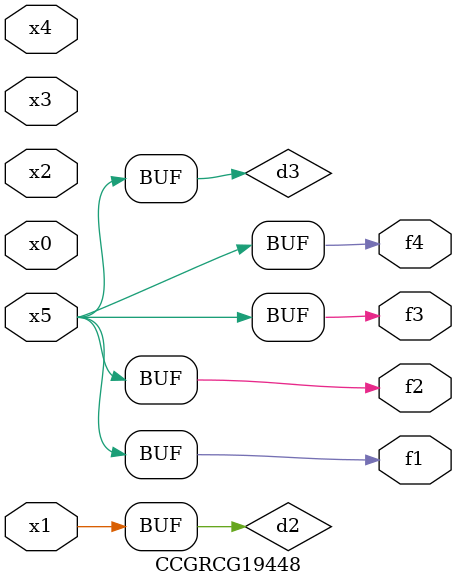
<source format=v>
module CCGRCG19448(
	input x0, x1, x2, x3, x4, x5,
	output f1, f2, f3, f4
);

	wire d1, d2, d3;

	not (d1, x5);
	or (d2, x1);
	xnor (d3, d1);
	assign f1 = d3;
	assign f2 = d3;
	assign f3 = d3;
	assign f4 = d3;
endmodule

</source>
